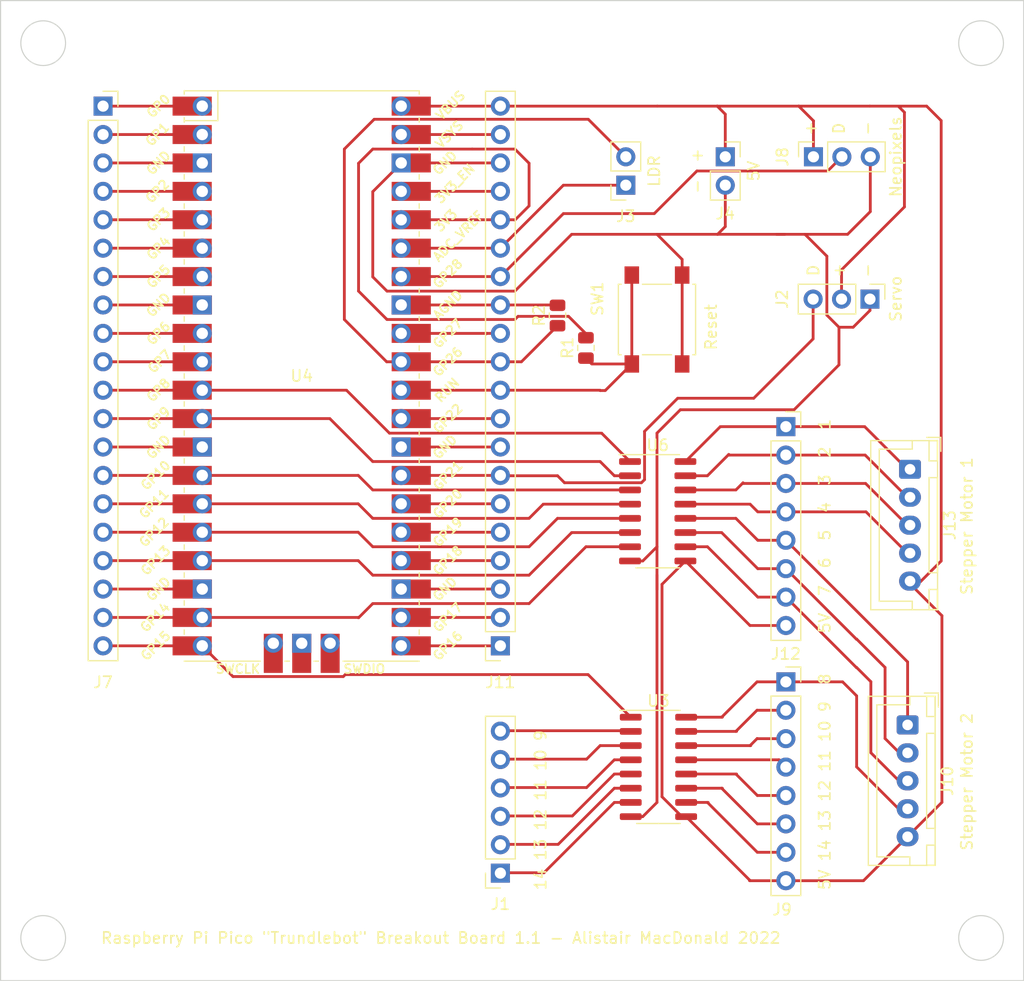
<source format=kicad_pcb>
(kicad_pcb (version 20211014) (generator pcbnew)
  (layers (0 "F.Cu" signal) (31 "B.Cu" signal) (34 "B.Paste" user) (35 "F.Paste" user) (36 "B.SilkS" user "B.Silkscreen") (37 "F.SilkS" user "F.Silkscreen") (38 "B.Mask" user) (39 "F.Mask" user) (44 "Edge.Cuts" user))
  (net 0 "")
  (net 1 "Net-(J7-Pad6)")
  (net 2 "Net-(J7-Pad7)")
  (net 3 "Net-(J7-Pad8)")
  (net 4 "Net-(J7-Pad9)")
  (net 5 "Net-(J7-Pad10)")
  (net 6 "STEP1_1")
  (net 7 "STEP1_2")
  (net 8 "Net-(J7-Pad13)")
  (net 9 "STEP1_3")
  (net 10 "STEP1_4")
  (net 11 "STEP2_1")
  (net 12 "STEP2_2")
  (net 13 "Net-(J7-Pad18)")
  (net 14 "STEP2_3")
  (net 15 "STEP2_4")
  (net 16 "GND")
  (net 17 "SPI0 RX")
  (net 18 "SPI0 CS")
  (net 19 "SPI0 GND")
  (net 20 "SPI0 SCK")
  (net 21 "SPI0 TX")
  (net 22 "Net-(J11-Pad6)")
  (net 23 "Net-(J11-Pad8)")
  (net 24 "~{RESET}")
  (net 25 "Net-(J11-Pad19)")
  (net 26 "Net-(J12-Pad1)")
  (net 27 "Net-(J12-Pad2)")
  (net 28 "Net-(J12-Pad3)")
  (net 29 "Net-(J12-Pad4)")
  (net 30 "Net-(J1-Pad1)")
  (net 31 "Net-(J1-Pad2)")
  (net 32 "I2C0 SCL")
  (net 33 "Net-(J1-Pad3)")
  (net 37 "I2C0 SAD")
  (net 38 "Net-(J1-Pad4)")
  (net 39 "Net-(J1-Pad5)")
  (net 40 "+5V")
  (net 41 "Net-(J1-Pad6)")
  (net 42 "Net-(J10-Pad2)")
  (net 43 "Net-(J9-Pad2)")
  (net 44 "Net-(J9-Pad3)")
  (net 45 "Net-(J9-Pad4)")
  (net 46 "Net-(J11-Pad17)")
  (net 47 "Net-(J9-Pad5)")
  (net 48 "Net-(J9-Pad6)")
  (net 49 "Net-(J9-Pad7)")
  (net 50 "Net-(J10-Pad3)")
  (net 51 "Net-(J10-Pad4)")
  (net 52 "SERVO")
  (net 53 "Net-(J7-Pad1)")
  (net 54 "Net-(J7-Pad2)")
  (net 55 "Net-(J7-Pad3)")
  (net 56 "NEO")
  (net 57 "Net-(J11-Pad9)")
  (net 58 "LDR")
  (net 59 "Net-(J11-Pad12)")
  (net 60 "AGND")
  (net 61 "VREF")
  (net 62 "+3.3V")
  (net 63 "Net-(J10-Pad1)")
  (footprint "Connector_PinSocket_2.54mm:PinSocket_1x20_P2.54mm_Vertical" (layer "F.Cu") (at 109.49 62.78)
    (fp_text reference "J7")
    (fp_text value "Conn_PicoL")
  )
  (footprint "Connector_PinSocket_2.54mm:PinSocket_1x03_P2.54mm_Vertical" (layer "F.Cu") (at 172.98 67.31 90)
    (fp_text reference "J8")
    (fp_text value "Conn_Neo")
  )
  (footprint "Connector_PinSocket_2.54mm:PinSocket_1x02_P2.54mm_Vertical" (layer "F.Cu") (at 165.1 67.31)
    (fp_text reference "J4")
    (fp_text value "Conn_POWER")
  )
  (footprint "Connector_PinSocket_2.54mm:PinSocket_1x20_P2.54mm_Vertical" (layer "F.Cu") (at 145 111.04 180)
    (fp_text reference "J11")
    (fp_text value "Conn_PicoR")
  )
  (footprint "MCU_RaspberryPi_and_Boards:RPi_Pico_SMD_TH" (layer "F.Cu") (at 127.245 86.91)
    (fp_text reference "U4")
    (fp_text value "Pico")
  )
  (footprint "Connector_PinSocket_2.54mm:PinSocket_1x08_P2.54mm_Vertical" (layer "F.Cu") (at 170.515 114.26)
    (fp_text reference "J9")
    (fp_text value "Conn_Out2")
  )
  (footprint "Connector_PinSocket_2.54mm:PinSocket_1x08_P2.54mm_Vertical" (layer "F.Cu") (at 170.515 91.44)
    (fp_text reference "J12")
    (fp_text value "Conn_Out1")
  )
  (footprint "Button_Switch_SMD:SW_SPST_B3S-1000" (layer "F.Cu") (at 158.995 81.86 -90)
    (fp_text reference "SW1")
    (fp_text value "SW_Push")
  )
  (footprint "Connector_PinHeader_2.54mm:PinHeader_1x03_P2.54mm_Vertical" (layer "F.Cu") (at 178.03 80.035 -90)
    (fp_text reference "J2")
    (fp_text value "Conn_Servo")
  )
  (footprint "Package_SO:SOIC-16_3.9x9.9mm_P1.27mm" (layer "F.Cu") (at 159.06 99.005)
    (fp_text reference "U6")
    (fp_text value "ULN2003")
  )
  (footprint "Connector_JST:JST_XH_B5B-XH-A_1x05_P2.50mm_Vertical" (layer "F.Cu") (at 181.61 95.25 -90)
    (fp_text reference "J13")
    (fp_text value "Conn_Step1")
  )
  (footprint "Resistor_SMD:R_0805_2012Metric" (layer "F.Cu") (at 152.645 84.4 90)
    (fp_text reference "R1")
    (fp_text value "10K")
  )
  (footprint "Connector_PinSocket_2.54mm:PinSocket_1x02_P2.54mm_Vertical" (layer "F.Cu") (at 156.21 69.85 180)
    (fp_text reference "J3")
    (fp_text value "Conn_LDR")
  )
  (footprint "Connector_JST:JST_XH_B5B-XH-A_1x05_P2.50mm_Vertical" (layer "F.Cu") (at 181.395 118.11 -90)
    (fp_text reference "J10")
    (fp_text value "Conn_Step2")
  )
  (footprint "Connector_PinSocket_2.54mm:PinSocket_1x06_P2.54mm_Vertical" (layer "F.Cu") (at 145 131.365 180)
    (fp_text reference "J1")
    (fp_text value "Conn_In1")
  )
  (footprint "Resistor_SMD:R_0805_2012Metric" (layer "F.Cu") (at 150.105 81.5025 90)
    (fp_text reference "R2")
    (fp_text value "10K")
  )
  (footprint "Package_SO:SOIC-16_3.9x9.9mm_P1.27mm" (layer "F.Cu") (at 159.125 121.865)
    (fp_text reference "U3")
    (fp_text value "ULN2003")
  )
  (gr_circle (center 187.96 57.15) (end 189.96 57.15) (layer "Edge.Cuts") (width 0.1) (fill none))
  (gr_circle (center 104.14 57.15) (end 106.14 57.15) (layer "Edge.Cuts") (width 0.1) (fill none))
  (gr_circle (center 187.96 137.16) (end 189.96 137.16) (layer "Edge.Cuts") (width 0.1) (fill none))
  (gr_circle (center 104.14 137.16) (end 106.14 137.16) (layer "Edge.Cuts") (width 0.1) (fill none))
  (gr_rect (start 100.33 53.34) (end 191.77 140.97) (layer "Edge.Cuts") (width 0.1) (fill none))
  (gr_text "5V  7  6  5  4  3  2  1" (at 173.99 100.33 90) (layer "F.SilkS") (effects (font (size 1 1))))
  (gr_text "Raspberry Pi Pico {dblquote}Trundlebot{dblquote} Breakout Board 1.1 - Alistair MacDonald 2022" (at 109.22 137.16) (layer "F.SilkS") (effects (font (size 1 1)) (justify left)))
  (gr_text "-" (at 177.8 77.47 90) (layer "F.SilkS") (effects (font (size 1 1))))
  (gr_text "14 13 12 11 10 9" (at 148.59 125.73 90) (layer "F.SilkS") (effects (font (size 1 1))))
  (gr_text "D" (at 175.26 64.77 90) (layer "F.SilkS") (effects (font (size 1 1))))
  (gr_text "D" (at 172.98 77.47 90) (layer "F.SilkS") (effects (font (size 1 1))))
  (gr_text "Servo" (at 180.34 80.01 90) (layer "F.SilkS") (effects (font (size 1 1))))
  (gr_text "+" (at 172.72 64.77 90) (layer "F.SilkS") (effects (font (size 1 1))))
  (gr_text "Stepper Motor 2" (at 186.69 123.19 90) (layer "F.SilkS") (effects (font (size 1 1))))
  (gr_text "-  +" (at 162.56 68.58 90) (layer "F.SilkS") (effects (font (size 1 1))))
  (gr_text "Neopixels" (at 180.34 67.31 90) (layer "F.SilkS") (effects (font (size 1 1))))
  (gr_text "-" (at 177.8 64.77 90) (layer "F.SilkS") (effects (font (size 1 1))))
  (gr_text "5V" (at 167.64 68.58 90) (layer "F.SilkS") (effects (font (size 1 1))))
  (gr_text "LDR" (at 158.75 68.58 90) (layer "F.SilkS") (effects (font (size 1 1))))
  (gr_text "5V 14 13 12 11 10 9  8" (at 173.99 123.19 90) (layer "F.SilkS") (effects (font (size 1 1))))
  (gr_text "Reset" (at 163.83 82.55 90) (layer "F.SilkS") (effects (font (size 1 1))))
  (gr_text "+" (at 175.26 77.47 90) (layer "F.SilkS") (effects (font (size 1 1))))
  (gr_text "Stepper Motor 1" (at 186.69 100.33 90) (layer "F.SilkS") (effects (font (size 1 1))))
  (segment (start 118.355 75.48) (end 109.49 75.48) (width 0.25) (layer "F.Cu") (net 1))
  (segment (start 109.49 78.02) (end 118.355 78.02) (width 0.25) (layer "F.Cu") (net 2))
  (segment (start 118.355 80.56) (end 109.49 80.56) (width 0.25) (layer "F.Cu") (net 3))
  (segment (start 118.355 83.1) (end 109.49 83.1) (width 0.25) (layer "F.Cu") (net 4))
  (segment (start 118.355 85.64) (end 109.49 85.64) (width 0.25) (layer "F.Cu") (net 5))
  (segment (start 118.355 88.18) (end 131.245 88.18) (width 0.25) (layer "F.Cu") (net 6))
  (segment (start 118.355 88.18) (end 109.49 88.18) (width 0.25) (layer "F.Cu") (net 6))
  (segment (start 131.245 88.18) (end 135.085 92.02) (width 0.25) (layer "F.Cu") (net 6))
  (segment (start 135.085 92.02) (end 154.045 92.02) (width 0.25) (layer "F.Cu") (net 6))
  (segment (start 154.045 92.02) (end 156.585 94.56) (width 0.25) (layer "F.Cu") (net 6))
  (segment (start 155.185 95.83) (end 156.585 95.83) (width 0.25) (layer "F.Cu") (net 7))
  (segment (start 118.355 90.72) (end 109.49 90.72) (width 0.25) (layer "F.Cu") (net 7))
  (segment (start 153.915 94.56) (end 155.185 95.83) (width 0.25) (layer "F.Cu") (net 7))
  (segment (start 118.355 90.72) (end 129.755 90.72) (width 0.25) (layer "F.Cu") (net 7))
  (segment (start 133.595 94.56) (end 153.915 94.56) (width 0.25) (layer "F.Cu") (net 7))
  (segment (start 129.755 90.72) (end 133.595 94.56) (width 0.25) (layer "F.Cu") (net 7))
  (segment (start 118.355 93.26) (end 109.49 93.26) (width 0.25) (layer "F.Cu") (net 8))
  (segment (start 118.355 95.8) (end 109.49 95.8) (width 0.25) (layer "F.Cu") (net 9))
  (segment (start 118.355 95.8) (end 132.295 95.8) (width 0.25) (layer "F.Cu") (net 9))
  (segment (start 133.595 97.1) (end 156.455 97.1) (width 0.25) (layer "F.Cu") (net 9))
  (segment (start 132.295 95.8) (end 133.595 97.1) (width 0.25) (layer "F.Cu") (net 9))
  (segment (start 118.355 98.34) (end 132.295 98.34) (width 0.25) (layer "F.Cu") (net 10))
  (segment (start 133.595 99.64) (end 147.565 99.64) (width 0.25) (layer "F.Cu") (net 10))
  (segment (start 148.835 98.37) (end 156.585 98.37) (width 0.25) (layer "F.Cu") (net 10))
  (segment (start 132.295 98.34) (end 133.595 99.64) (width 0.25) (layer "F.Cu") (net 10))
  (segment (start 147.565 99.64) (end 148.835 98.37) (width 0.25) (layer "F.Cu") (net 10))
  (segment (start 118.355 98.34) (end 109.49 98.34) (width 0.25) (layer "F.Cu") (net 10))
  (segment (start 118.355 100.88) (end 109.49 100.88) (width 0.25) (layer "F.Cu") (net 11))
  (segment (start 133.595 102.18) (end 147.565 102.18) (width 0.25) (layer "F.Cu") (net 11))
  (segment (start 147.565 102.18) (end 150.105 99.64) (width 0.25) (layer "F.Cu") (net 11))
  (segment (start 150.105 99.64) (end 156.585 99.64) (width 0.25) (layer "F.Cu") (net 11))
  (segment (start 132.295 100.88) (end 133.595 102.18) (width 0.25) (layer "F.Cu") (net 11))
  (segment (start 118.355 100.88) (end 132.295 100.88) (width 0.25) (layer "F.Cu") (net 11))
  (segment (start 133.595 104.72) (end 147.565 104.72) (width 0.25) (layer "F.Cu") (net 12))
  (segment (start 118.355 103.42) (end 132.295 103.42) (width 0.25) (layer "F.Cu") (net 12))
  (segment (start 151.375 100.91) (end 156.585 100.91) (width 0.25) (layer "F.Cu") (net 12))
  (segment (start 147.565 104.72) (end 151.375 100.91) (width 0.25) (layer "F.Cu") (net 12))
  (segment (start 118.355 103.42) (end 109.49 103.42) (width 0.25) (layer "F.Cu") (net 12))
  (segment (start 132.295 103.42) (end 133.595 104.72) (width 0.25) (layer "F.Cu") (net 12))
  (segment (start 118.355 105.96) (end 109.49 105.96) (width 0.25) (layer "F.Cu") (net 13))
  (segment (start 152.645 102.18) (end 156.585 102.18) (width 0.25) (layer "F.Cu") (net 14))
  (segment (start 118.355 108.5) (end 132.295 108.5) (width 0.25) (layer "F.Cu") (net 14))
  (segment (start 118.355 108.5) (end 109.49 108.5) (width 0.25) (layer "F.Cu") (net 14))
  (segment (start 132.295 108.5) (end 132.325 108.53) (width 0.25) (layer "F.Cu") (net 14))
  (segment (start 147.565 107.26) (end 152.645 102.18) (width 0.25) (layer "F.Cu") (net 14))
  (segment (start 132.325 108.53) (end 133.595 107.26) (width 0.25) (layer "F.Cu") (net 14))
  (segment (start 133.595 107.26) (end 147.565 107.26) (width 0.25) (layer "F.Cu") (net 14))
  (segment (start 131.135 113.61) (end 130.96 113.785) (width 0.25) (layer "F.Cu") (net 15))
  (segment (start 118.355 111.04) (end 109.49 111.04) (width 0.25) (layer "F.Cu") (net 15))
  (segment (start 130.96 113.785) (end 121.1 113.785) (width 0.25) (layer "F.Cu") (net 15))
  (segment (start 156.65 117.42) (end 152.84 113.61) (width 0.25) (layer "F.Cu") (net 15))
  (segment (start 152.84 113.61) (end 131.135 113.61) (width 0.25) (layer "F.Cu") (net 15))
  (segment (start 121.1 113.785) (end 118.355 111.04) (width 0.25) (layer "F.Cu") (net 15))
  (segment (start 178.03 81.05) (end 176.53 82.55) (width 0.25) (layer "F.Cu") (net 16))
  (segment (start 175.26 82.55) (end 175.26 85.915) (width 0.25) (layer "F.Cu") (net 16))
  (segment (start 158.995 102.18) (end 158.995 105.99) (width 0.25) (layer "F.Cu") (net 16))
  (segment (start 165.1 69.85) (end 165.1 73.55) (width 0.25) (layer "F.Cu") (net 16))
  (segment (start 151.375 74.24) (end 164.41 74.24) (width 0.25) (layer "F.Cu") (net 16))
  (segment (start 146.295 79.32) (end 151.375 74.24) (width 0.25) (layer "F.Cu") (net 16))
  (segment (start 157.725 126.31) (end 156.65 126.31) (width 0.25) (layer "F.Cu") (net 16))
  (segment (start 134.865 79.32) (end 146.295 79.32) (width 0.25) (layer "F.Cu") (net 16))
  (segment (start 133.595 78.05) (end 134.865 79.32) (width 0.25) (layer "F.Cu") (net 16))
  (segment (start 176.03 74.24) (end 172.22 74.24) (width 0.25) (layer "F.Cu") (net 16))
  (segment (start 158.995 125.04) (end 157.725 126.31) (width 0.25) (layer "F.Cu") (net 16))
  (segment (start 172.22 74.24) (end 174.176778 76.196778) (width 0.25) (layer "F.Cu") (net 16))
  (segment (start 164.41 74.24) (end 170.425 74.24) (width 0.25) (layer "F.Cu") (net 16))
  (segment (start 178.06 72.21) (end 176.03 74.24) (width 0.25) (layer "F.Cu") (net 16))
  (segment (start 161.245 76.49) (end 158.995 74.24) (width 0.25) (layer "F.Cu") (net 16))
  (segment (start 171.245 89.93) (end 161.085 89.93) (width 0.25) (layer "F.Cu") (net 16))
  (segment (start 174.176778 81.466778) (end 175.26 82.55) (width 0.25) (layer "F.Cu") (net 16))
  (segment (start 161.085 89.93) (end 158.995 92.02) (width 0.25) (layer "F.Cu") (net 16))
  (segment (start 174.176778 76.196778) (end 174.176778 81.466778) (width 0.25) (layer "F.Cu") (net 16))
  (segment (start 161.245 77.885) (end 161.245 85.835) (width 0.25) (layer "F.Cu") (net 16))
  (segment (start 161.245 76.49) (end 161.245 77.885) (width 0.25) (layer "F.Cu") (net 16))
  (segment (start 169.68 74.24) (end 172.22 74.24) (width 0.25) (layer "F.Cu") (net 16))
  (segment (start 165.1 73.55) (end 164.41 74.24) (width 0.25) (layer "F.Cu") (net 16))
  (segment (start 178.06 67.31) (end 178.06 72.21) (width 0.25) (layer "F.Cu") (net 16))
  (segment (start 157.725 103.45) (end 156.585 103.45) (width 0.25) (layer "F.Cu") (net 16))
  (segment (start 136.135 67.86) (end 136.135 67.89) (width 0.25) (layer "F.Cu") (net 16))
  (segment (start 157.725 103.45) (end 158.995 102.18) (width 0.25) (layer "F.Cu") (net 16))
  (segment (start 136.135 67.86) (end 145 67.86) (width 0.25) (layer "F.Cu") (net 16))
  (segment (start 175.26 85.915) (end 171.245 89.93) (width 0.25) (layer "F.Cu") (net 16))
  (segment (start 158.995 92.02) (end 158.995 102.18) (width 0.25) (layer "F.Cu") (net 16))
  (segment (start 178.03 80.035) (end 178.03 81.05) (width 0.25) (layer "F.Cu") (net 16))
  (segment (start 133.595 70.43) (end 133.595 78.05) (width 0.25) (layer "F.Cu") (net 16))
  (segment (start 176.53 82.55) (end 175.26 82.55) (width 0.25) (layer "F.Cu") (net 16))
  (segment (start 136.135 67.89) (end 133.595 70.43) (width 0.25) (layer "F.Cu") (net 16))
  (segment (start 158.995 104.72) (end 158.995 125.04) (width 0.25) (layer "F.Cu") (net 16))
  (segment (start 145 111.04) (end 136.135 111.04) (width 0.25) (layer "F.Cu") (net 17))
  (segment (start 136.135 108.5) (end 145 108.5) (width 0.25) (layer "F.Cu") (net 18))
  (segment (start 145 105.96) (end 136.135 105.96) (width 0.25) (layer "F.Cu") (net 19))
  (segment (start 136.135 103.42) (end 145 103.42) (width 0.25) (layer "F.Cu") (net 20))
  (segment (start 145 100.88) (end 136.135 100.88) (width 0.25) (layer "F.Cu") (net 21))
  (segment (start 136.135 98.34) (end 145 98.34) (width 0.25) (layer "F.Cu") (net 22))
  (segment (start 136.135 93.26) (end 145 93.26) (width 0.25) (layer "F.Cu") (net 23))
  (segment (start 145 88.18) (end 153.885 88.18) (width 0.25) (layer "F.Cu") (net 24))
  (segment (start 156.745 77.885) (end 156.745 85.835) (width 0.25) (layer "F.Cu") (net 24))
  (segment (start 153.915 88.21) (end 154.37 88.21) (width 0.25) (layer "F.Cu") (net 24))
  (segment (start 136.135 88.18) (end 145 88.18) (width 0.25) (layer "F.Cu") (net 24))
  (segment (start 152.645 85.3125) (end 153.1675 85.835) (width 0.25) (layer "F.Cu") (net 24))
  (segment (start 154.37 88.21) (end 156.745 85.835) (width 0.25) (layer "F.Cu") (net 24))
  (segment (start 153.885 88.18) (end 153.915 88.21) (width 0.25) (layer "F.Cu") (net 24))
  (segment (start 153.1675 85.835) (end 156.745 85.835) (width 0.25) (layer "F.Cu") (net 24))
  (segment (start 136.135 65.32) (end 145 65.32) (width 0.25) (layer "F.Cu") (net 25))
  (segment (start 177.56 91.44) (end 181.395 95.275) (width 0.25) (layer "F.Cu") (net 26))
  (segment (start 161.535 94.56) (end 164.655 91.44) (width 0.25) (layer "F.Cu") (net 26))
  (segment (start 164.655 91.44) (end 170.515 91.44) (width 0.25) (layer "F.Cu") (net 26))
  (segment (start 170.515 91.44) (end 177.56 91.44) (width 0.25) (layer "F.Cu") (net 26))
  (segment (start 165.465 93.98) (end 170.515 93.98) (width 0.25) (layer "F.Cu") (net 27))
  (segment (start 170.515 93.98) (end 177.6 93.98) (width 0.25) (layer "F.Cu") (net 27))
  (segment (start 177.6 93.98) (end 181.395 97.775) (width 0.25) (layer "F.Cu") (net 27))
  (segment (start 161.535 95.83) (end 163.505 95.83) (width 0.25) (layer "F.Cu") (net 27))
  (segment (start 163.505 95.83) (end 165.41 93.925) (width 0.25) (layer "F.Cu") (net 27))
  (segment (start 165.41 93.925) (end 165.465 93.98) (width 0.25) (layer "F.Cu") (net 27))
  (segment (start 170.515 96.52) (end 177.64 96.52) (width 0.25) (layer "F.Cu") (net 28))
  (segment (start 161.535 97.1) (end 166.045 97.1) (width 0.25) (layer "F.Cu") (net 28))
  (segment (start 177.64 96.52) (end 181.395 100.275) (width 0.25) (layer "F.Cu") (net 28))
  (segment (start 166.68 96.465) (end 166.735 96.52) (width 0.25) (layer "F.Cu") (net 28))
  (segment (start 166.735 96.52) (end 170.515 96.52) (width 0.25) (layer "F.Cu") (net 28))
  (segment (start 166.045 97.1) (end 166.68 96.465) (width 0.25) (layer "F.Cu") (net 28))
  (segment (start 170.515 99.06) (end 177.68 99.06) (width 0.25) (layer "F.Cu") (net 29))
  (segment (start 161.535 98.37) (end 167.315 98.37) (width 0.25) (layer "F.Cu") (net 29))
  (segment (start 168.005 99.06) (end 170.515 99.06) (width 0.25) (layer "F.Cu") (net 29))
  (segment (start 177.68 99.06) (end 181.395 102.775) (width 0.25) (layer "F.Cu") (net 29))
  (segment (start 167.315 98.37) (end 168.005 99.06) (width 0.25) (layer "F.Cu") (net 29))
  (segment (start 145.025 131.33) (end 148.895 131.33) (width 0.25) (layer "F.Cu") (net 30))
  (segment (start 156.65 125.04) (end 155.185 125.04) (width 0.25) (layer "F.Cu") (net 30))
  (segment (start 155.185 125.04) (end 148.895 131.33) (width 0.25) (layer "F.Cu") (net 30))
  (segment (start 145.025 128.79) (end 150.165 128.79) (width 0.25) (layer "F.Cu") (net 31))
  (segment (start 156.65 123.77) (end 155.185 123.77) (width 0.25) (layer "F.Cu") (net 31))
  (segment (start 150.165 128.79) (end 155.185 123.77) (width 0.25) (layer "F.Cu") (net 31))
  (segment (start 118.355 72.94) (end 109.49 72.94) (width 0.25) (layer "F.Cu") (net 32))
  (segment (start 145.025 126.25) (end 151.435 126.25) (width 0.25) (layer "F.Cu") (net 33))
  (segment (start 155.185 122.5) (end 156.65 122.5) (width 0.25) (layer "F.Cu") (net 33))
  (segment (start 151.435 126.25) (end 155.185 122.5) (width 0.25) (layer "F.Cu") (net 33))
  (segment (start 118.355 70.4) (end 109.49 70.4) (width 0.25) (layer "F.Cu") (net 37))
  (segment (start 152.705 123.71) (end 155.185 121.23) (width 0.25) (layer "F.Cu") (net 38))
  (segment (start 156.65 121.23) (end 155.185 121.23) (width 0.25) (layer "F.Cu") (net 38))
  (segment (start 145.025 123.71) (end 152.705 123.71) (width 0.25) (layer "F.Cu") (net 38))
  (segment (start 145.025 121.17) (end 152.705 121.17) (width 0.25) (layer "F.Cu") (net 39))
  (segment (start 152.705 121.17) (end 153.915 119.96) (width 0.25) (layer "F.Cu") (net 39))
  (segment (start 153.915 119.96) (end 156.65 119.96) (width 0.25) (layer "F.Cu") (net 39))
  (segment (start 184.395 103.45) (end 184.395 64.08) (width 0.25) (layer "F.Cu") (net 40))
  (segment (start 184.46 125.03) (end 184.46 108.34) (width 0.25) (layer "F.Cu") (net 40))
  (segment (start 159.445 124.531751) (end 161.223249 126.31) (width 0.25) (layer "F.Cu") (net 40))
  (segment (start 171.665 62.78) (end 164.38 62.78) (width 0.25) (layer "F.Cu") (net 40))
  (segment (start 172.98 67.31) (end 172.98 64.095) (width 0.25) (layer "F.Cu") (net 40))
  (segment (start 165.1 63.5) (end 164.38 62.78) (width 0.25) (layer "F.Cu") (net 40))
  (segment (start 181.395 128.095) (end 184.46 125.03) (width 0.25) (layer "F.Cu") (net 40))
  (segment (start 161.535 103.45) (end 159.445 105.54) (width 0.25) (layer "F.Cu") (net 40))
  (segment (start 165.1 67.31) (end 165.1 63.5) (width 0.25) (layer "F.Cu") (net 40))
  (segment (start 167.305 109.22) (end 161.535 103.45) (width 0.25) (layer "F.Cu") (net 40))
  (segment (start 182.57 105.275) (end 184.395 103.45) (width 0.25) (layer "F.Cu") (net 40))
  (segment (start 170.515 132.04) (end 167.265 132.04) (width 0.25) (layer "F.Cu") (net 40))
  (segment (start 172.98 64.095) (end 171.665 62.78) (width 0.25) (layer "F.Cu") (net 40))
  (segment (start 159.025 62.78) (end 145 62.78) (width 0.25) (layer "F.Cu") (net 40))
  (segment (start 136.135 62.78) (end 145 62.78) (width 0.25) (layer "F.Cu") (net 40))
  (segment (start 159.445 105.54) (end 159.445 124.531751) (width 0.25) (layer "F.Cu") (net 40))
  (segment (start 170.515 109.22) (end 167.305 109.22) (width 0.25) (layer "F.Cu") (net 40))
  (segment (start 164.38 62.78) (end 159.025 62.78) (width 0.25) (layer "F.Cu") (net 40))
  (segment (start 177.45 132.04) (end 181.395 128.095) (width 0.25) (layer "F.Cu") (net 40))
  (segment (start 170.515 132.04) (end 177.45 132.04) (width 0.25) (layer "F.Cu") (net 40))
  (segment (start 161.223249 126.31) (end 161.6 126.31) (width 0.25) (layer "F.Cu") (net 40))
  (segment (start 175.49 80.035) (end 175.49 77.415) (width 0.25) (layer "F.Cu") (net 40))
  (segment (start 183.095 62.78) (end 178.015 62.78) (width 0.25) (layer "F.Cu") (net 40))
  (segment (start 167.33 132.04) (end 161.6 126.31) (width 0.25) (layer "F.Cu") (net 40))
  (segment (start 184.46 108.34) (end 181.395 105.275) (width 0.25) (layer "F.Cu") (net 40))
  (segment (start 181.395 105.275) (end 182.57 105.275) (width 0.25) (layer "F.Cu") (net 40))
  (segment (start 181.11 71.795) (end 181.11 63.335) (width 0.25) (layer "F.Cu") (net 40))
  (segment (start 178.015 62.78) (end 171.665 62.78) (width 0.25) (layer "F.Cu") (net 40))
  (segment (start 175.49 77.415) (end 181.11 71.795) (width 0.25) (layer "F.Cu") (net 40))
  (segment (start 181.11 63.335) (end 180.585 62.81) (width 0.25) (layer "F.Cu") (net 40))
  (segment (start 184.395 64.08) (end 183.095 62.78) (width 0.25) (layer "F.Cu") (net 40))
  (segment (start 156.395 118.63) (end 156.455 118.69) (width 0.25) (layer "F.Cu") (net 41))
  (segment (start 145.025 118.63) (end 156.395 118.63) (width 0.25) (layer "F.Cu") (net 41))
  (segment (start 179.38 119.325) (end 180.65 120.595) (width 0.25) (layer "F.Cu") (net 42))
  (segment (start 161.535 100.91) (end 164.775 100.91) (width 0.25) (layer "F.Cu") (net 42))
  (segment (start 168.005 104.14) (end 170.515 104.14) (width 0.25) (layer "F.Cu") (net 42))
  (segment (start 176.84 110.435) (end 179.38 112.975) (width 0.25) (layer "F.Cu") (net 42))
  (segment (start 170.515 104.14) (end 176.81 110.435) (width 0.25) (layer "F.Cu") (net 42))
  (segment (start 176.81 110.435) (end 176.84 110.435) (width 0.25) (layer "F.Cu") (net 42))
  (segment (start 164.775 100.91) (end 168.005 104.14) (width 0.25) (layer "F.Cu") (net 42))
  (segment (start 180.65 120.595) (end 181.395 120.595) (width 0.25) (layer "F.Cu") (net 42))
  (segment (start 179.38 112.975) (end 179.38 119.325) (width 0.25) (layer "F.Cu") (net 42))
  (segment (start 166.045 118.69) (end 167.935 116.8) (width 0.25) (layer "F.Cu") (net 43))
  (segment (start 167.935 116.8) (end 170.515 116.8) (width 0.25) (layer "F.Cu") (net 43))
  (segment (start 161.6 118.69) (end 166.11 118.69) (width 0.25) (layer "F.Cu") (net 43))
  (segment (start 167.95 119.325) (end 167.965 119.34) (width 0.25) (layer "F.Cu") (net 44))
  (segment (start 167.315 119.96) (end 167.95 119.325) (width 0.25) (layer "F.Cu") (net 44))
  (segment (start 167.965 119.34) (end 170.515 119.34) (width 0.25) (layer "F.Cu") (net 44))
  (segment (start 161.6 119.96) (end 167.38 119.96) (width 0.25) (layer "F.Cu") (net 44))
  (segment (start 170.515 121.88) (end 169.865 121.23) (width 0.25) (layer "F.Cu") (net 45))
  (segment (start 169.93 121.23) (end 161.6 121.23) (width 0.25) (layer "F.Cu") (net 45))
  (segment (start 145 70.4) (end 136.135 70.4) (width 0.25) (layer "F.Cu") (net 46))
  (segment (start 166.11 122.5) (end 161.6 122.5) (width 0.25) (layer "F.Cu") (net 47))
  (segment (start 170.515 124.42) (end 167.965 124.42) (width 0.25) (layer "F.Cu") (net 47))
  (segment (start 167.965 124.42) (end 166.045 122.5) (width 0.25) (layer "F.Cu") (net 47))
  (segment (start 164.84 123.77) (end 161.6 123.77) (width 0.25) (layer "F.Cu") (net 48))
  (segment (start 170.515 126.96) (end 167.965 126.96) (width 0.25) (layer "F.Cu") (net 48))
  (segment (start 167.965 126.96) (end 164.775 123.77) (width 0.25) (layer "F.Cu") (net 48))
  (segment (start 170.515 129.5) (end 167.965 129.5) (width 0.25) (layer "F.Cu") (net 49))
  (segment (start 167.965 129.5) (end 163.505 125.04) (width 0.25) (layer "F.Cu") (net 49))
  (segment (start 163.57 125.04) (end 161.6 125.04) (width 0.25) (layer "F.Cu") (net 49))
  (segment (start 170.515 106.68) (end 176.81 112.975) (width 0.25) (layer "F.Cu") (net 50))
  (segment (start 178.11 120.595) (end 180.61 123.095) (width 0.25) (layer "F.Cu") (net 50))
  (segment (start 180.61 123.095) (end 181.395 123.095) (width 0.25) (layer "F.Cu") (net 50))
  (segment (start 161.535 102.18) (end 163.505 102.18) (width 0.25) (layer "F.Cu") (net 50))
  (segment (start 163.505 102.18) (end 168.005 106.68) (width 0.25) (layer "F.Cu") (net 50))
  (segment (start 176.81 112.975) (end 176.84 112.975) (width 0.25) (layer "F.Cu") (net 50))
  (segment (start 168.005 106.68) (end 170.515 106.68) (width 0.25) (layer "F.Cu") (net 50))
  (segment (start 176.84 112.975) (end 178.11 114.245) (width 0.25) (layer "F.Cu") (net 50))
  (segment (start 178.11 114.245) (end 178.11 120.595) (width 0.25) (layer "F.Cu") (net 50))
  (segment (start 167.935 114.26) (end 170.515 114.26) (width 0.25) (layer "F.Cu") (net 51))
  (segment (start 176.84 121.865) (end 180.57 125.595) (width 0.25) (layer "F.Cu") (net 51))
  (segment (start 161.6 117.42) (end 164.84 117.42) (width 0.25) (layer "F.Cu") (net 51))
  (segment (start 176.84 115.515) (end 176.84 121.865) (width 0.25) (layer "F.Cu") (net 51))
  (segment (start 180.57 125.595) (end 181.395 125.595) (width 0.25) (layer "F.Cu") (net 51))
  (segment (start 170.515 114.26) (end 175.585 114.26) (width 0.25) (layer "F.Cu") (net 51))
  (segment (start 175.585 114.26) (end 176.84 115.515) (width 0.25) (layer "F.Cu") (net 51))
  (segment (start 164.775 117.42) (end 167.935 114.26) (width 0.25) (layer "F.Cu") (net 51))
  (segment (start 150.73 96.455) (end 150.105 95.83) (width 0.25) (layer "F.Cu") (net 52))
  (segment (start 157.885 96.176751) (end 157.606751 96.455) (width 0.25) (layer "F.Cu") (net 52))
  (segment (start 160.845 88.9) (end 157.885 91.86) (width 0.25) (layer "F.Cu") (net 52))
  (segment (start 167.64 88.9) (end 172.95 83.59) (width 0.25) (layer "F.Cu") (net 52))
  (segment (start 150.105 95.83) (end 145.072426 95.83) (width 0.25) (layer "F.Cu") (net 52))
  (segment (start 145 95.8) (end 136.135 95.8) (width 0.25) (layer "F.Cu") (net 52))
  (segment (start 157.885 91.86) (end 157.885 96.176751) (width 0.25) (layer "F.Cu") (net 52))
  (segment (start 167.64 88.9) (end 160.845 88.9) (width 0.25) (layer "F.Cu") (net 52))
  (segment (start 157.606751 96.455) (end 150.73 96.455) (width 0.25) (layer "F.Cu") (net 52))
  (segment (start 172.95 83.59) (end 172.95 80.035) (width 0.25) (layer "F.Cu") (net 52))
  (arc (start 145.072426 95.83) (mid 145.033229 95.822203) (end 145 95.8) (width 0.25) (layer "F.Cu") (net 52))
  (segment (start 118.355 62.78) (end 109.49 62.78) (width 0.25) (layer "F.Cu") (net 53))
  (segment (start 109.49 65.32) (end 118.355 65.32) (width 0.25) (layer "F.Cu") (net 54))
  (segment (start 118.355 67.86) (end 109.49 67.86) (width 0.25) (layer "F.Cu") (net 55))
  (segment (start 158.75 72.39) (end 150.63 72.39) (width 0.25) (layer "F.Cu") (net 56))
  (segment (start 174.25 68.58) (end 162.56 68.58) (width 0.25) (layer "F.Cu") (net 56))
  (segment (start 175.52 67.31) (end 174.25 68.58) (width 0.25) (layer "F.Cu") (net 56))
  (segment (start 162.56 68.58) (end 158.75 72.39) (width 0.25) (layer "F.Cu") (net 56))
  (segment (start 136.135 78.02) (end 145 78.02) (width 0.25) (layer "F.Cu") (net 56))
  (segment (start 150.63 72.39) (end 145 78.02) (width 0.25) (layer "F.Cu") (net 56))
  (segment (start 145 90.72) (end 136.135 90.72) (width 0.25) (layer "F.Cu") (net 57))
  (segment (start 146.88 85.64) (end 150.105 82.415) (width 0.25) (layer "F.Cu") (net 58))
  (segment (start 134.835 85.64) (end 136.135 85.64) (width 0.25) (layer "F.Cu") (net 58))
  (segment (start 156.21 67.31) (end 152.855 63.955) (width 0.25) (layer "F.Cu") (net 58))
  (segment (start 145 85.64) (end 146.88 85.64) (width 0.25) (layer "F.Cu") (net 58))
  (segment (start 152.855 63.955) (end 133.72 63.955) (width 0.25) (layer "F.Cu") (net 58))
  (segment (start 145 85.64) (end 136.135 85.64) (width 0.25) (layer "F.Cu") (net 58))
  (segment (start 133.72 63.955) (end 131.055 66.62) (width 0.25) (layer "F.Cu") (net 58))
  (segment (start 131.055 66.62) (end 131.055 81.86) (width 0.25) (layer "F.Cu") (net 58))
  (segment (start 131.055 81.86) (end 134.835 85.64) (width 0.25) (layer "F.Cu") (net 58))
  (segment (start 143.755 83.13) (end 143.785 83.1) (width 0.25) (layer "F.Cu") (net 59))
  (segment (start 136.135 83.1) (end 143.725 83.1) (width 0.25) (layer "F.Cu") (net 59))
  (segment (start 143.725 83.1) (end 143.755 83.13) (width 0.25) (layer "F.Cu") (net 59))
  (segment (start 143.785 83.1) (end 145 83.1) (width 0.25) (layer "F.Cu") (net 59))
  (segment (start 145 80.56) (end 136.135 80.56) (width 0.25) (layer "F.Cu") (net 60))
  (segment (start 150.075 80.56) (end 145 80.56) (width 0.25) (layer "F.Cu") (net 60))
  (segment (start 150.105 80.59) (end 150.075 80.56) (width 0.25) (layer "F.Cu") (net 60))
  (segment (start 150.63 69.85) (end 145 75.48) (width 0.25) (layer "F.Cu") (net 61))
  (segment (start 145 75.48) (end 136.135 75.48) (width 0.25) (layer "F.Cu") (net 61))
  (segment (start 156.21 69.85) (end 150.63 69.85) (width 0.25) (layer "F.Cu") (net 61))
  (segment (start 136.135 72.94) (end 145 72.94) (width 0.25) (layer "F.Cu") (net 62))
  (segment (start 146.295 81.86) (end 134.865 81.86) (width 0.25) (layer "F.Cu") (net 62))
  (segment (start 147.565 71.7) (end 146.325 72.94) (width 0.25) (layer "F.Cu") (net 62))
  (segment (start 145 72.94) (end 146.265 72.94) (width 0.25) (layer "F.Cu") (net 62))
  (segment (start 133.595 66.62) (end 142.485 66.62) (width 0.25) (layer "F.Cu") (net 62))
  (segment (start 146.265 72.94) (end 146.295 72.97) (width 0.25) (layer "F.Cu") (net 62))
  (segment (start 146.295 81.86) (end 146.5775 81.5775) (width 0.25) (layer "F.Cu") (net 62))
  (segment (start 132.325 67.89) (end 133.595 66.62) (width 0.25) (layer "F.Cu") (net 62))
  (segment (start 132.325 79.32) (end 132.325 67.89) (width 0.25) (layer "F.Cu") (net 62))
  (segment (start 151.0925 81.5775) (end 152.645 83.13) (width 0.25) (layer "F.Cu") (net 62))
  (segment (start 147.565 67.89) (end 147.565 71.7) (width 0.25) (layer "F.Cu") (net 62))
  (segment (start 146.295 66.62) (end 147.565 67.89) (width 0.25) (layer "F.Cu") (net 62))
  (segment (start 142.485 66.62) (end 146.295 66.62) (width 0.25) (layer "F.Cu") (net 62))
  (segment (start 134.865 81.86) (end 132.325 79.32) (width 0.25) (layer "F.Cu") (net 62))
  (segment (start 146.5775 81.5775) (end 151.0925 81.5775) (width 0.25) (layer "F.Cu") (net 62))
  (segment (start 170.515 101.6) (end 181.395 112.48) (width 0.25) (layer "F.Cu") (net 63))
  (segment (start 170.515 101.6) (end 168.005 101.6) (width 0.25) (layer "F.Cu") (net 63))
  (segment (start 166.045 99.64) (end 161.535 99.64) (width 0.25) (layer "F.Cu") (net 63))
  (segment (start 181.395 112.48) (end 181.395 118.095) (width 0.25) (layer "F.Cu") (net 63))
  (segment (start 168.005 101.6) (end 166.045 99.64) (width 0.25) (layer "F.Cu") (net 63))
)
</source>
